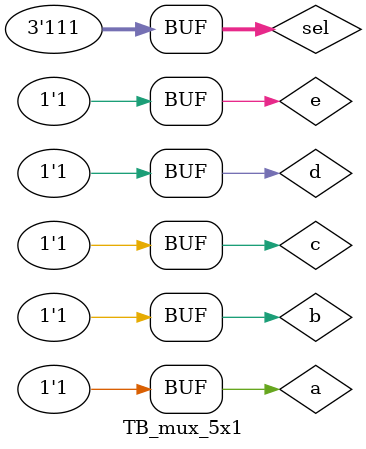
<source format=v>
module mux_5x1(a, b, c, d, e, sel, out);
  input a, b, c, d, e;
  input [2:0] sel;

  output out;

  wire w0, w1;

  mux_4x1 m0(a, b, c, d, sel[1:0], w0);
  mux_2x1 m1(e, 1'b0, sel[2], w1);

  mux_2x1 m2(w0, w1, sel[2], out);
endmodule

module TB_mux_5x1();
  reg a, b, c, d, e;
  reg [2:0] sel;

  wire out;

  mux_5x1 mux_5x1(a, b, c, d, e, sel, out);

  initial begin
    sel = 3'b000; a = 1'b1; b = 1'b0; c = 1'b0; d = 1'b0; e = 1'b0; #10; // out = 1
    sel = 3'b001; a = 1'b0; b = 1'b1; c = 1'b0; d = 1'b0; e = 1'b0; #10; // out = 1
    sel = 3'b010; a = 1'b0; b = 1'b0; c = 1'b1; d = 1'b0; e = 1'b0; #10; // out = 1
    sel = 3'b011; a = 1'b0; b = 1'b0; c = 1'b0; d = 1'b1; e = 1'b0; #10; // out = 1
    sel = 3'b100; a = 1'b0; b = 1'b0; c = 1'b0; d = 1'b0; e = 1'b1; #10; // out = 1

    sel = 3'b000; a = 1'b0; b = 1'b0; c = 1'b0; d = 1'b0; e = 1'b0; #10; // out = 0
    sel = 3'b001; a = 1'b0; b = 1'b0; c = 1'b0; d = 1'b0; e = 1'b0; #10; // out = 0
    sel = 3'b010; a = 1'b0; b = 1'b0; c = 1'b0; d = 1'b0; e = 1'b0; #10; // out = 0
    sel = 3'b011; a = 1'b0; b = 1'b0; c = 1'b0; d = 1'b0; e = 1'b0; #10; // out = 0
    sel = 3'b100; a = 1'b0; b = 1'b0; c = 1'b0; d = 1'b0; e = 1'b0; #10; // out = 0

    sel = 3'b000; a = 1'b0; b = 1'b1; c = 1'b1; d = 1'b1; e = 1'b1; #10; // out = 0
    sel = 3'b001; a = 1'b1; b = 1'b0; c = 1'b1; d = 1'b1; e = 1'b1; #10; // out = 0
    sel = 3'b010; a = 1'b1; b = 1'b1; c = 1'b0; d = 1'b1; e = 1'b1; #10; // out = 0
    sel = 3'b011; a = 1'b1; b = 1'b1; c = 1'b1; d = 1'b0; e = 1'b1; #10; // out = 0
    sel = 3'b100; a = 1'b1; b = 1'b1; c = 1'b1; d = 1'b1; e = 1'b0; #10; // out = 0

    // casos invalidos
    sel = 3'b101; a = 1'b1; b = 1'b1; c = 1'b1; d = 1'b1; e = 1'b1; #10; // out = 0
    sel = 3'b110; a = 1'b1; b = 1'b1; c = 1'b1; d = 1'b1; e = 1'b1; #10; // out = 0
    sel = 3'b111; a = 1'b1; b = 1'b1; c = 1'b1; d = 1'b1; e = 1'b1; #10; // out = 0
    
  end
endmodule
</source>
